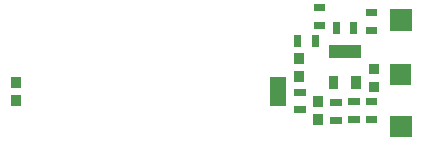
<source format=gbr>
G04 #@! TF.GenerationSoftware,KiCad,Pcbnew,(5.0.1)-3*
G04 #@! TF.CreationDate,2019-06-04T09:49:05+08:00*
G04 #@! TF.ProjectId,test-jig-light-sensor,746573742D6A69672D6C696768742D73,rev?*
G04 #@! TF.SameCoordinates,Original*
G04 #@! TF.FileFunction,Soldermask,Top*
G04 #@! TF.FilePolarity,Negative*
%FSLAX46Y46*%
G04 Gerber Fmt 4.6, Leading zero omitted, Abs format (unit mm)*
G04 Created by KiCad (PCBNEW (5.0.1)-3) date 06/04/19 09:49:05*
%MOMM*%
%LPD*%
G01*
G04 APERTURE LIST*
%ADD10C,0.100000*%
G04 APERTURE END LIST*
D10*
G36*
X138901000Y-106501000D02*
X137099000Y-106501000D01*
X137099000Y-104699000D01*
X138901000Y-104699000D01*
X138901000Y-106501000D01*
X138901000Y-106501000D01*
G37*
G36*
X131426000Y-105451000D02*
X130574000Y-105451000D01*
X130574000Y-104549000D01*
X131426000Y-104549000D01*
X131426000Y-105451000D01*
X131426000Y-105451000D01*
G37*
G36*
X133001000Y-105401000D02*
X131999000Y-105401000D01*
X131999000Y-104799000D01*
X133001000Y-104799000D01*
X133001000Y-105401000D01*
X133001000Y-105401000D01*
G37*
G36*
X134501000Y-105301000D02*
X133499000Y-105301000D01*
X133499000Y-104699000D01*
X134501000Y-104699000D01*
X134501000Y-105301000D01*
X134501000Y-105301000D01*
G37*
G36*
X136001000Y-105301000D02*
X134999000Y-105301000D01*
X134999000Y-104699000D01*
X136001000Y-104699000D01*
X136001000Y-105301000D01*
X136001000Y-105301000D01*
G37*
G36*
X129951000Y-104501000D02*
X128949000Y-104501000D01*
X128949000Y-103899000D01*
X129951000Y-103899000D01*
X129951000Y-104501000D01*
X129951000Y-104501000D01*
G37*
G36*
X131426000Y-103951000D02*
X130574000Y-103951000D01*
X130574000Y-103049000D01*
X131426000Y-103049000D01*
X131426000Y-103951000D01*
X131426000Y-103951000D01*
G37*
G36*
X133001000Y-103901000D02*
X131999000Y-103901000D01*
X131999000Y-103299000D01*
X133001000Y-103299000D01*
X133001000Y-103901000D01*
X133001000Y-103901000D01*
G37*
G36*
X128300000Y-103900000D02*
X126900000Y-103900000D01*
X126900000Y-101400000D01*
X128300000Y-101400000D01*
X128300000Y-103900000D01*
X128300000Y-103900000D01*
G37*
G36*
X105851000Y-103851000D02*
X104949000Y-103851000D01*
X104949000Y-102949000D01*
X105851000Y-102949000D01*
X105851000Y-103851000D01*
X105851000Y-103851000D01*
G37*
G36*
X136001000Y-103801000D02*
X134999000Y-103801000D01*
X134999000Y-103199000D01*
X136001000Y-103199000D01*
X136001000Y-103801000D01*
X136001000Y-103801000D01*
G37*
G36*
X134501000Y-103801000D02*
X133499000Y-103801000D01*
X133499000Y-103199000D01*
X134501000Y-103199000D01*
X134501000Y-103801000D01*
X134501000Y-103801000D01*
G37*
G36*
X129951000Y-103001000D02*
X128949000Y-103001000D01*
X128949000Y-102399000D01*
X129951000Y-102399000D01*
X129951000Y-103001000D01*
X129951000Y-103001000D01*
G37*
G36*
X136176000Y-102701000D02*
X135324000Y-102701000D01*
X135324000Y-101799000D01*
X136176000Y-101799000D01*
X136176000Y-102701000D01*
X136176000Y-102701000D01*
G37*
G36*
X132701000Y-102401000D02*
X131899000Y-102401000D01*
X131899000Y-101299000D01*
X132701000Y-101299000D01*
X132701000Y-102401000D01*
X132701000Y-102401000D01*
G37*
G36*
X134601000Y-102401000D02*
X133799000Y-102401000D01*
X133799000Y-101299000D01*
X134601000Y-101299000D01*
X134601000Y-102401000D01*
X134601000Y-102401000D01*
G37*
G36*
X105851000Y-102351000D02*
X104949000Y-102351000D01*
X104949000Y-101449000D01*
X105851000Y-101449000D01*
X105851000Y-102351000D01*
X105851000Y-102351000D01*
G37*
G36*
X138851000Y-102101000D02*
X137049000Y-102101000D01*
X137049000Y-100299000D01*
X138851000Y-100299000D01*
X138851000Y-102101000D01*
X138851000Y-102101000D01*
G37*
G36*
X129826000Y-101801000D02*
X128974000Y-101801000D01*
X128974000Y-100899000D01*
X129826000Y-100899000D01*
X129826000Y-101801000D01*
X129826000Y-101801000D01*
G37*
G36*
X136176000Y-101201000D02*
X135324000Y-101201000D01*
X135324000Y-100299000D01*
X136176000Y-100299000D01*
X136176000Y-101201000D01*
X136176000Y-101201000D01*
G37*
G36*
X129826000Y-100301000D02*
X128974000Y-100301000D01*
X128974000Y-99399000D01*
X129826000Y-99399000D01*
X129826000Y-100301000D01*
X129826000Y-100301000D01*
G37*
G36*
X134601000Y-99801000D02*
X131899000Y-99801000D01*
X131899000Y-98699000D01*
X134601000Y-98699000D01*
X134601000Y-99801000D01*
X134601000Y-99801000D01*
G37*
G36*
X131051000Y-98901000D02*
X130449000Y-98901000D01*
X130449000Y-97899000D01*
X131051000Y-97899000D01*
X131051000Y-98901000D01*
X131051000Y-98901000D01*
G37*
G36*
X129551000Y-98901000D02*
X128949000Y-98901000D01*
X128949000Y-97899000D01*
X129551000Y-97899000D01*
X129551000Y-98901000D01*
X129551000Y-98901000D01*
G37*
G36*
X134301000Y-97751000D02*
X133699000Y-97751000D01*
X133699000Y-96749000D01*
X134301000Y-96749000D01*
X134301000Y-97751000D01*
X134301000Y-97751000D01*
G37*
G36*
X136001000Y-97751000D02*
X134999000Y-97751000D01*
X134999000Y-97149000D01*
X136001000Y-97149000D01*
X136001000Y-97751000D01*
X136001000Y-97751000D01*
G37*
G36*
X132801000Y-97751000D02*
X132199000Y-97751000D01*
X132199000Y-96749000D01*
X132801000Y-96749000D01*
X132801000Y-97751000D01*
X132801000Y-97751000D01*
G37*
G36*
X138901000Y-97501000D02*
X137099000Y-97501000D01*
X137099000Y-95699000D01*
X138901000Y-95699000D01*
X138901000Y-97501000D01*
X138901000Y-97501000D01*
G37*
G36*
X131601000Y-97351000D02*
X130599000Y-97351000D01*
X130599000Y-96749000D01*
X131601000Y-96749000D01*
X131601000Y-97351000D01*
X131601000Y-97351000D01*
G37*
G36*
X136001000Y-96251000D02*
X134999000Y-96251000D01*
X134999000Y-95649000D01*
X136001000Y-95649000D01*
X136001000Y-96251000D01*
X136001000Y-96251000D01*
G37*
G36*
X131601000Y-95851000D02*
X130599000Y-95851000D01*
X130599000Y-95249000D01*
X131601000Y-95249000D01*
X131601000Y-95851000D01*
X131601000Y-95851000D01*
G37*
M02*

</source>
